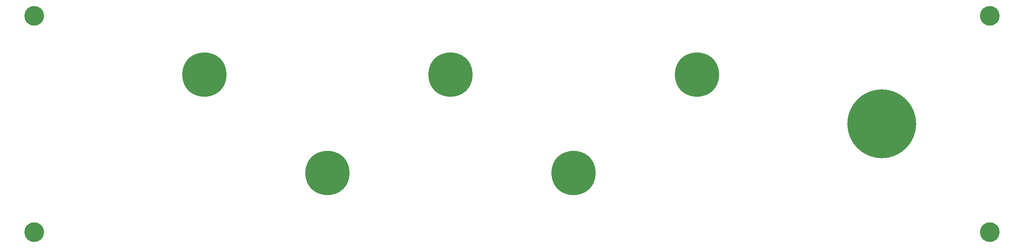
<source format=gbr>
G04 #@! TF.GenerationSoftware,KiCad,Pcbnew,(6.0.5)*
G04 #@! TF.CreationDate,2022-06-09T22:20:49-05:00*
G04 #@! TF.ProjectId,KosmoVoltsPanel,4b6f736d-6f56-46f6-9c74-7350616e656c,rev?*
G04 #@! TF.SameCoordinates,Original*
G04 #@! TF.FileFunction,Soldermask,Top*
G04 #@! TF.FilePolarity,Negative*
%FSLAX46Y46*%
G04 Gerber Fmt 4.6, Leading zero omitted, Abs format (unit mm)*
G04 Created by KiCad (PCBNEW (6.0.5)) date 2022-06-09 22:20:49*
%MOMM*%
%LPD*%
G01*
G04 APERTURE LIST*
%ADD10C,4.000000*%
%ADD11C,9.000000*%
%ADD12C,14.000000*%
G04 APERTURE END LIST*
D10*
X33000000Y-78000000D03*
X33000000Y-122000000D03*
D11*
X92500000Y-110000000D03*
X117500000Y-90000000D03*
D10*
X227000000Y-78000000D03*
D11*
X167500000Y-90000000D03*
X67500000Y-90000000D03*
D10*
X227000000Y-122000000D03*
D12*
X205000000Y-100000000D03*
D11*
X142500000Y-110000000D03*
M02*

</source>
